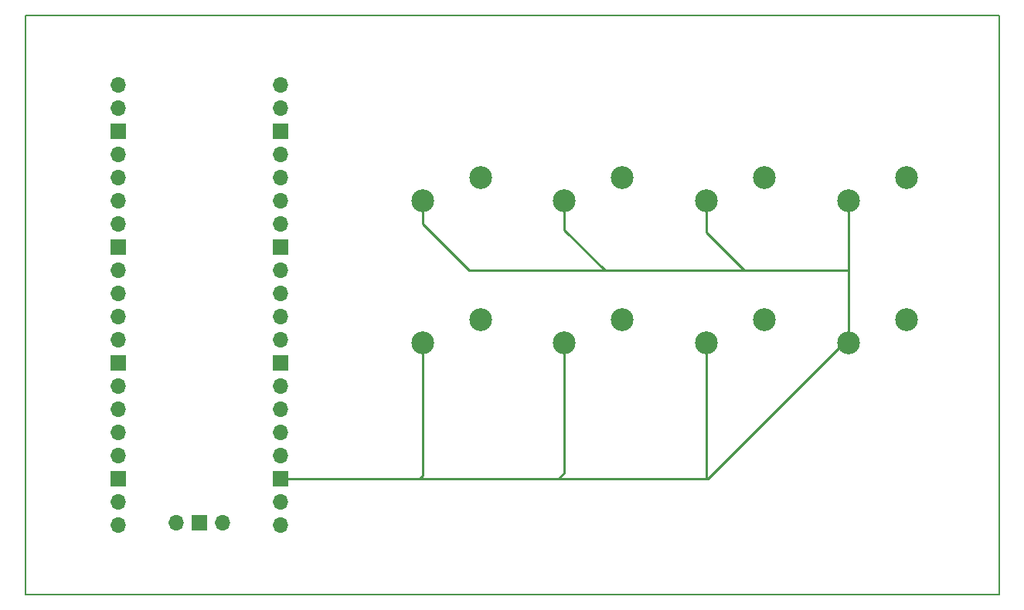
<source format=gbr>
%TF.GenerationSoftware,KiCad,Pcbnew,7.0.6*%
%TF.CreationDate,2023-07-15T16:08:07+01:00*%
%TF.ProjectId,Pico-Powered Keyboard,5069636f-2d50-46f7-9765-726564204b65,rev?*%
%TF.SameCoordinates,Original*%
%TF.FileFunction,Copper,L2,Bot*%
%TF.FilePolarity,Positive*%
%FSLAX46Y46*%
G04 Gerber Fmt 4.6, Leading zero omitted, Abs format (unit mm)*
G04 Created by KiCad (PCBNEW 7.0.6) date 2023-07-15 16:08:07*
%MOMM*%
%LPD*%
G01*
G04 APERTURE LIST*
%TA.AperFunction,NonConductor*%
%ADD10C,0.200000*%
%TD*%
%TA.AperFunction,ComponentPad*%
%ADD11O,1.700000X1.700000*%
%TD*%
%TA.AperFunction,ComponentPad*%
%ADD12R,1.700000X1.700000*%
%TD*%
%TA.AperFunction,ComponentPad*%
%ADD13C,2.500000*%
%TD*%
%TA.AperFunction,Conductor*%
%ADD14C,0.250000*%
%TD*%
G04 APERTURE END LIST*
D10*
X68580000Y-30480000D02*
X175260000Y-30480000D01*
X175260000Y-93980000D01*
X68580000Y-93980000D01*
X68580000Y-30480000D01*
D11*
%TO.P,U2,1,GPIO0*%
%TO.N,Net-(U2-GPIO0)*%
X78740000Y-38100000D03*
%TO.P,U2,2,GPIO1*%
%TO.N,Net-(U2-GPIO1)*%
X78740000Y-40640000D03*
D12*
%TO.P,U2,3,GND*%
%TO.N,unconnected-(U2-GND-Pad3)*%
X78740000Y-43180000D03*
D11*
%TO.P,U2,4,GPIO2*%
%TO.N,Net-(U2-GPIO2)*%
X78740000Y-45720000D03*
%TO.P,U2,5,GPIO3*%
%TO.N,Net-(U2-GPIO3)*%
X78740000Y-48260000D03*
%TO.P,U2,6,GPIO4*%
%TO.N,Net-(U2-GPIO4)*%
X78740000Y-50800000D03*
%TO.P,U2,7,GPIO5*%
%TO.N,Net-(U2-GPIO5)*%
X78740000Y-53340000D03*
D12*
%TO.P,U2,8,GND*%
%TO.N,unconnected-(U2-GND-Pad8)*%
X78740000Y-55880000D03*
D11*
%TO.P,U2,9,GPIO6*%
%TO.N,Net-(U2-GPIO6)*%
X78740000Y-58420000D03*
%TO.P,U2,10,GPIO7*%
%TO.N,Net-(U2-GPIO7)*%
X78740000Y-60960000D03*
%TO.P,U2,11,GPIO8*%
%TO.N,unconnected-(U2-GPIO8-Pad11)*%
X78740000Y-63500000D03*
%TO.P,U2,12,GPIO9*%
%TO.N,unconnected-(U2-GPIO9-Pad12)*%
X78740000Y-66040000D03*
D12*
%TO.P,U2,13,GND*%
%TO.N,unconnected-(U2-GND-Pad13)*%
X78740000Y-68580000D03*
D11*
%TO.P,U2,14,GPIO10*%
%TO.N,unconnected-(U2-GPIO10-Pad14)*%
X78740000Y-71120000D03*
%TO.P,U2,15,GPIO11*%
%TO.N,unconnected-(U2-GPIO11-Pad15)*%
X78740000Y-73660000D03*
%TO.P,U2,16,GPIO12*%
%TO.N,unconnected-(U2-GPIO12-Pad16)*%
X78740000Y-76200000D03*
%TO.P,U2,17,GPIO13*%
%TO.N,unconnected-(U2-GPIO13-Pad17)*%
X78740000Y-78740000D03*
D12*
%TO.P,U2,18,GND*%
%TO.N,unconnected-(U2-GND-Pad18)*%
X78740000Y-81280000D03*
D11*
%TO.P,U2,19,GPIO14*%
%TO.N,unconnected-(U2-GPIO14-Pad19)*%
X78740000Y-83820000D03*
%TO.P,U2,20,GPIO15*%
%TO.N,unconnected-(U2-GPIO15-Pad20)*%
X78740000Y-86360000D03*
%TO.P,U2,21,GPIO16*%
%TO.N,unconnected-(U2-GPIO16-Pad21)*%
X96520000Y-86360000D03*
%TO.P,U2,22,GPIO17*%
%TO.N,unconnected-(U2-GPIO17-Pad22)*%
X96520000Y-83820000D03*
D12*
%TO.P,U2,23,GND*%
%TO.N,Net-(SW1-Pad1)*%
X96520000Y-81280000D03*
D11*
%TO.P,U2,24,GPIO18*%
%TO.N,unconnected-(U2-GPIO18-Pad24)*%
X96520000Y-78740000D03*
%TO.P,U2,25,GPIO19*%
%TO.N,unconnected-(U2-GPIO19-Pad25)*%
X96520000Y-76200000D03*
%TO.P,U2,26,GPIO20*%
%TO.N,unconnected-(U2-GPIO20-Pad26)*%
X96520000Y-73660000D03*
%TO.P,U2,27,GPIO21*%
%TO.N,unconnected-(U2-GPIO21-Pad27)*%
X96520000Y-71120000D03*
D12*
%TO.P,U2,28,GND*%
%TO.N,unconnected-(U2-GND-Pad28)*%
X96520000Y-68580000D03*
D11*
%TO.P,U2,29,GPIO22*%
%TO.N,unconnected-(U2-GPIO22-Pad29)*%
X96520000Y-66040000D03*
%TO.P,U2,30,RUN*%
%TO.N,unconnected-(U2-RUN-Pad30)*%
X96520000Y-63500000D03*
%TO.P,U2,31,GPIO26_ADC0*%
%TO.N,unconnected-(U2-GPIO26_ADC0-Pad31)*%
X96520000Y-60960000D03*
%TO.P,U2,32,GPIO27_ADC1*%
%TO.N,unconnected-(U2-GPIO27_ADC1-Pad32)*%
X96520000Y-58420000D03*
D12*
%TO.P,U2,33,AGND*%
%TO.N,unconnected-(U2-AGND-Pad33)*%
X96520000Y-55880000D03*
D11*
%TO.P,U2,34,GPIO28_ADC2*%
%TO.N,unconnected-(U2-GPIO28_ADC2-Pad34)*%
X96520000Y-53340000D03*
%TO.P,U2,35,ADC_VREF*%
%TO.N,unconnected-(U2-ADC_VREF-Pad35)*%
X96520000Y-50800000D03*
%TO.P,U2,36,3V3*%
%TO.N,unconnected-(U2-3V3-Pad36)*%
X96520000Y-48260000D03*
%TO.P,U2,37,3V3_EN*%
%TO.N,unconnected-(U2-3V3_EN-Pad37)*%
X96520000Y-45720000D03*
D12*
%TO.P,U2,38,GND*%
%TO.N,unconnected-(U2-GND-Pad38)*%
X96520000Y-43180000D03*
D11*
%TO.P,U2,39,VSYS*%
%TO.N,unconnected-(U2-VSYS-Pad39)*%
X96520000Y-40640000D03*
%TO.P,U2,40,VBUS*%
%TO.N,unconnected-(U2-VBUS-Pad40)*%
X96520000Y-38100000D03*
%TO.P,U2,41,SWCLK*%
%TO.N,unconnected-(U2-SWCLK-Pad41)*%
X85090000Y-86130000D03*
D12*
%TO.P,U2,42,GND*%
%TO.N,unconnected-(U2-GND-Pad42)*%
X87630000Y-86130000D03*
D11*
%TO.P,U2,43,SWDIO*%
%TO.N,unconnected-(U2-SWDIO-Pad43)*%
X90170000Y-86130000D03*
%TD*%
D13*
%TO.P,SW8,1*%
%TO.N,Net-(SW1-Pad1)*%
X158750000Y-66350000D03*
%TO.P,SW8,2*%
%TO.N,Net-(U2-GPIO7)*%
X165100000Y-63810000D03*
%TD*%
%TO.P,SW7,1*%
%TO.N,Net-(SW1-Pad1)*%
X158750000Y-50800000D03*
%TO.P,SW7,2*%
%TO.N,Net-(U2-GPIO6)*%
X165100000Y-48260000D03*
%TD*%
%TO.P,SW6,1*%
%TO.N,Net-(SW1-Pad1)*%
X143200000Y-66350000D03*
%TO.P,SW6,2*%
%TO.N,Net-(U2-GPIO5)*%
X149550000Y-63810000D03*
%TD*%
%TO.P,SW5,1*%
%TO.N,Net-(SW1-Pad1)*%
X143200000Y-50800000D03*
%TO.P,SW5,2*%
%TO.N,Net-(U2-GPIO4)*%
X149550000Y-48260000D03*
%TD*%
%TO.P,SW4,1*%
%TO.N,Net-(SW1-Pad1)*%
X127650000Y-66350000D03*
%TO.P,SW4,2*%
%TO.N,Net-(U2-GPIO3)*%
X134000000Y-63810000D03*
%TD*%
%TO.P,SW3,1*%
%TO.N,Net-(SW1-Pad1)*%
X127650000Y-50800000D03*
%TO.P,SW3,2*%
%TO.N,Net-(U2-GPIO2)*%
X134000000Y-48260000D03*
%TD*%
%TO.P,SW2,1*%
%TO.N,Net-(SW1-Pad1)*%
X112100000Y-66350000D03*
%TO.P,SW2,2*%
%TO.N,Net-(U2-GPIO1)*%
X118450000Y-63810000D03*
%TD*%
%TO.P,SW1,1*%
%TO.N,Net-(SW1-Pad1)*%
X112100000Y-50800000D03*
%TO.P,SW1,2*%
%TO.N,Net-(U2-GPIO0)*%
X118450000Y-48260000D03*
%TD*%
D14*
%TO.N,Net-(SW1-Pad1)*%
X143200000Y-54300000D02*
X147320000Y-58420000D01*
X143200000Y-50800000D02*
X143200000Y-54300000D01*
X147320000Y-58420000D02*
X132080000Y-58420000D01*
X158750000Y-58420000D02*
X147320000Y-58420000D01*
X127650000Y-53990000D02*
X132080000Y-58420000D01*
X127650000Y-50800000D02*
X127650000Y-53990000D01*
X132080000Y-58420000D02*
X117200000Y-58420000D01*
X112100000Y-53320000D02*
X112100000Y-50800000D01*
X117200000Y-58420000D02*
X112100000Y-53320000D01*
X158750000Y-58420000D02*
X158750000Y-50800000D01*
X158750000Y-66350000D02*
X158750000Y-58420000D01*
X112100000Y-80940000D02*
X111760000Y-81280000D01*
X112100000Y-66350000D02*
X112100000Y-80940000D01*
X111760000Y-81280000D02*
X127000000Y-81280000D01*
X96520000Y-81280000D02*
X111760000Y-81280000D01*
X127650000Y-80630000D02*
X127000000Y-81280000D01*
X127650000Y-66350000D02*
X127650000Y-80630000D01*
X127000000Y-81280000D02*
X143322233Y-81280000D01*
X143200000Y-66350000D02*
X143200000Y-81157767D01*
X143200000Y-81157767D02*
X143322233Y-81280000D01*
X158252233Y-66350000D02*
X158750000Y-66350000D01*
X143322233Y-81280000D02*
X158252233Y-66350000D01*
%TD*%
M02*

</source>
